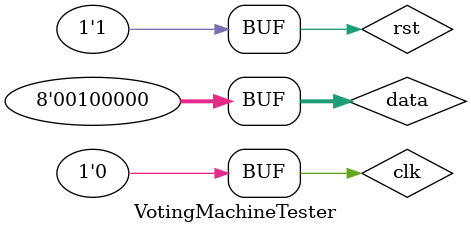
<source format=v>


`timescale 1ns/100ps

module VotingMachineTester;
  
  reg [7:0] data;

	
	initial begin
	  
	  clk = 0;
	  rst = 0;
	  
	  data = 8'b00000000;
	  
	end
	
	initial begin
	  
	  rst <= #5 1;
	  
	  data <= #25  8'b01000000;
	  data <= #45  8'b00001000;
	  data <= #65  8'b00100000;
	  data <= #85  8'b00100000;
	  data <= #105 8'b01000000;
	  data <= #125 8'b10000000;
	  data <= #145 8'b10000000;
	  data <= #165 8'b00100000;
	end
	  
	initial repeat (100) #10 clk = ~clk;
	   
endmodule
</source>
